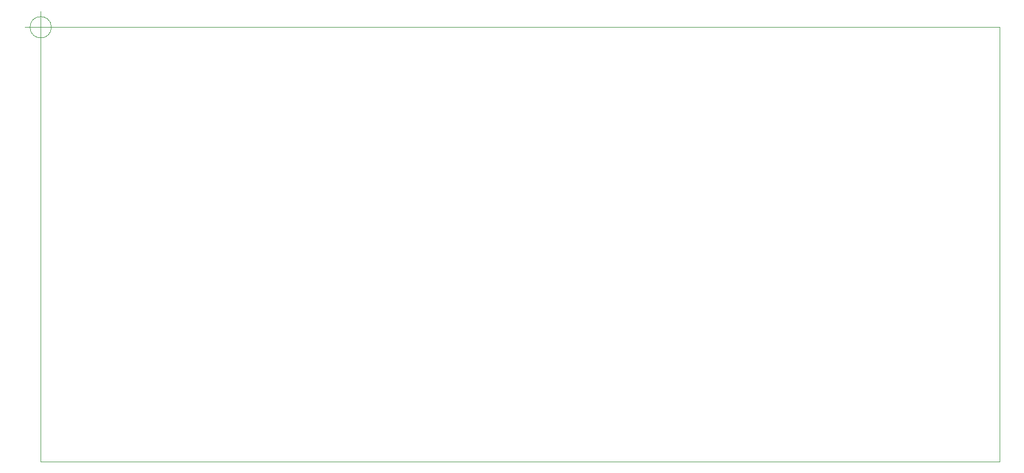
<source format=gm1>
G04 #@! TF.FileFunction,Profile,NP*
%FSLAX46Y46*%
G04 Gerber Fmt 4.6, Leading zero omitted, Abs format (unit mm)*
G04 Created by KiCad (PCBNEW 4.0.2-stable) date Domenica 28 Maggio 2017 19:12:34*
%MOMM*%
G01*
G04 APERTURE LIST*
%ADD10C,0.100000*%
G04 APERTURE END LIST*
D10*
X51666666Y-54000000D02*
G75*
G03X51666666Y-54000000I-1666666J0D01*
G01*
X47500000Y-54000000D02*
X52500000Y-54000000D01*
X50000000Y-51500000D02*
X50000000Y-56500000D01*
X50000000Y-54000000D02*
X200000000Y-54000000D01*
X50000000Y-122000000D02*
X50000000Y-54000000D01*
X200000000Y-122000000D02*
X50000000Y-122000000D01*
X200000000Y-54000000D02*
X200000000Y-122000000D01*
M02*

</source>
